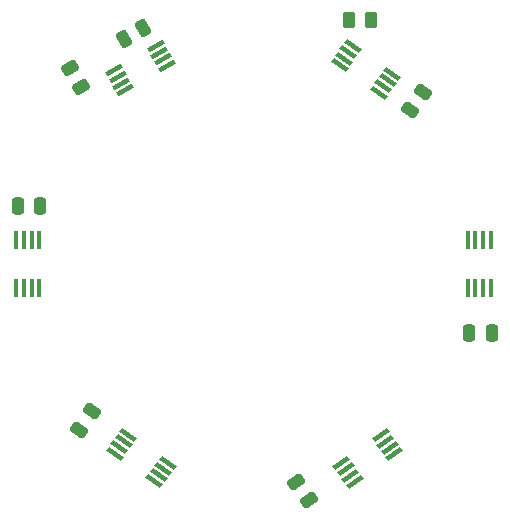
<source format=gbr>
%TF.GenerationSoftware,KiCad,Pcbnew,7.0.10*%
%TF.CreationDate,2024-07-25T18:58:16-07:00*%
%TF.ProjectId,Thermistor Ring,54686572-6d69-4737-946f-722052696e67,rev?*%
%TF.SameCoordinates,Original*%
%TF.FileFunction,Paste,Top*%
%TF.FilePolarity,Positive*%
%FSLAX46Y46*%
G04 Gerber Fmt 4.6, Leading zero omitted, Abs format (unit mm)*
G04 Created by KiCad (PCBNEW 7.0.10) date 2024-07-25 18:58:16*
%MOMM*%
%LPD*%
G01*
G04 APERTURE LIST*
G04 Aperture macros list*
%AMRoundRect*
0 Rectangle with rounded corners*
0 $1 Rounding radius*
0 $2 $3 $4 $5 $6 $7 $8 $9 X,Y pos of 4 corners*
0 Add a 4 corners polygon primitive as box body*
4,1,4,$2,$3,$4,$5,$6,$7,$8,$9,$2,$3,0*
0 Add four circle primitives for the rounded corners*
1,1,$1+$1,$2,$3*
1,1,$1+$1,$4,$5*
1,1,$1+$1,$6,$7*
1,1,$1+$1,$8,$9*
0 Add four rect primitives between the rounded corners*
20,1,$1+$1,$2,$3,$4,$5,0*
20,1,$1+$1,$4,$5,$6,$7,0*
20,1,$1+$1,$6,$7,$8,$9,0*
20,1,$1+$1,$8,$9,$2,$3,0*%
%AMRotRect*
0 Rectangle, with rotation*
0 The origin of the aperture is its center*
0 $1 length*
0 $2 width*
0 $3 Rotation angle, in degrees counterclockwise*
0 Add horizontal line*
21,1,$1,$2,0,0,$3*%
G04 Aperture macros list end*
%ADD10RotRect,1.524000X0.400000X325.000000*%
%ADD11RotRect,1.524000X0.400000X145.000000*%
%ADD12RotRect,1.524000X0.400000X30.000000*%
%ADD13R,0.400000X1.524000*%
%ADD14RotRect,1.524000X0.400000X215.000000*%
%ADD15RoundRect,0.250000X0.532491X0.067661X0.245703X0.477237X-0.532491X-0.067661X-0.245703X-0.477237X0*%
%ADD16RoundRect,0.250000X-0.020994X0.536362X-0.454006X0.286362X0.020994X-0.536362X0.454006X-0.286362X0*%
%ADD17RoundRect,0.250000X-0.250000X-0.475000X0.250000X-0.475000X0.250000X0.475000X-0.250000X0.475000X0*%
%ADD18RoundRect,0.250000X0.250000X0.475000X-0.250000X0.475000X-0.250000X-0.475000X0.250000X-0.475000X0*%
%ADD19RoundRect,0.250000X0.245703X-0.477237X0.532491X-0.067661X-0.245703X0.477237X-0.532491X0.067661X0*%
%ADD20RoundRect,0.250000X-0.520961X0.002332X-0.258461X-0.452332X0.520961X-0.002332X0.258461X0.452332X0*%
%ADD21RoundRect,0.250000X0.262500X0.450000X-0.262500X0.450000X-0.262500X-0.450000X0.262500X-0.450000X0*%
%ADD22RoundRect,0.250000X-0.245703X0.477237X-0.532491X0.067661X0.245703X-0.477237X0.532491X-0.067661X0*%
G04 APERTURE END LIST*
D10*
%TO.C,U7*%
X85474151Y-40868402D03*
X85101327Y-41400850D03*
X84728501Y-41933300D03*
X84355678Y-42465747D03*
X81005837Y-40120164D03*
X81378661Y-39587716D03*
X81751487Y-39055266D03*
X82124310Y-38522819D03*
%TD*%
D11*
%TO.C,U6*%
X65331066Y-75390892D03*
X65703889Y-74858445D03*
X66076715Y-74325995D03*
X66449539Y-73793547D03*
X63099698Y-71447964D03*
X62726875Y-71980411D03*
X62354049Y-72512861D03*
X61981225Y-73045309D03*
%TD*%
D12*
%TO.C,U2*%
X61896282Y-40575584D03*
X62221281Y-41138499D03*
X62546282Y-41701417D03*
X62871281Y-42264332D03*
X66412806Y-40219632D03*
X66087807Y-39656717D03*
X65762806Y-39093799D03*
X65437807Y-38530884D03*
%TD*%
D13*
%TO.C,U5*%
X93816207Y-54962327D03*
X93166209Y-54962327D03*
X92516207Y-54962327D03*
X91866209Y-54962327D03*
X91866209Y-59051727D03*
X92516207Y-59051727D03*
X93166209Y-59051727D03*
X93816207Y-59051727D03*
%TD*%
%TO.C,U3*%
X53639195Y-59004942D03*
X54289193Y-59004942D03*
X54939195Y-59004942D03*
X55589193Y-59004942D03*
X55589193Y-54915542D03*
X54939195Y-54915542D03*
X54289193Y-54915542D03*
X53639195Y-54915542D03*
%TD*%
D14*
%TO.C,U4*%
X85626557Y-73084126D03*
X85253733Y-72551678D03*
X84880907Y-72019228D03*
X84508084Y-71486781D03*
X81158243Y-73832364D03*
X81531067Y-74364812D03*
X81903893Y-74897262D03*
X82276716Y-75429709D03*
%TD*%
D15*
%TO.C,C1*%
X78441053Y-76960124D03*
X77351257Y-75403736D03*
%TD*%
D16*
%TO.C,C3*%
X64409482Y-37007975D03*
X62764034Y-37957975D03*
%TD*%
D17*
%TO.C,C2*%
X53789691Y-52108270D03*
X55689691Y-52108270D03*
%TD*%
D18*
%TO.C,C6*%
X93904426Y-62792212D03*
X92004426Y-62792212D03*
%TD*%
D19*
%TO.C,C5*%
X58929095Y-71019946D03*
X60018891Y-69463558D03*
%TD*%
D20*
%TO.C,R3*%
X58199024Y-40410103D03*
X59111524Y-41990599D03*
%TD*%
D21*
%TO.C,R2*%
X83671153Y-36356930D03*
X81846153Y-36356930D03*
%TD*%
D22*
%TO.C,C4*%
X88093928Y-42426502D03*
X87004132Y-43982890D03*
%TD*%
M02*

</source>
